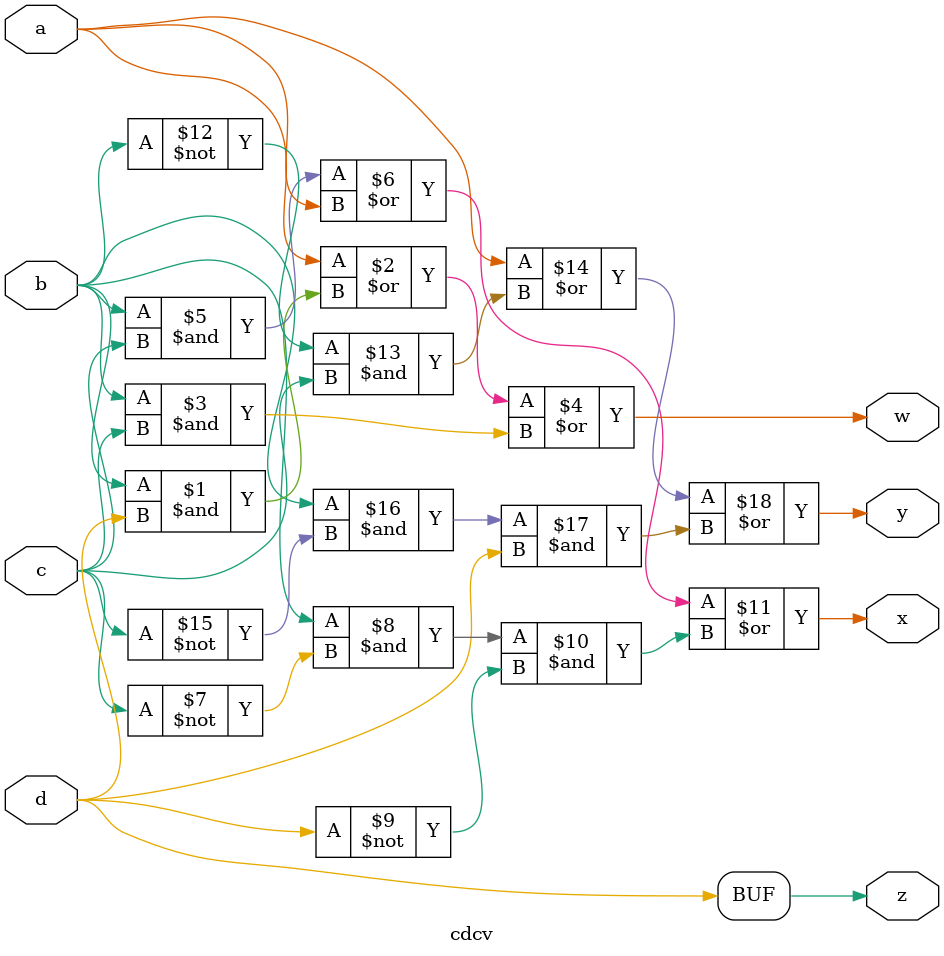
<source format=v>
`timescale 1ns / 1ps


module cdcv(
    input a,b,c,d,
    output w,x,y,z
    );
    assign w = a|b&d|b&c;
    assign x = b&c|a|b&~c&~d;
    assign y = a|~b&c|b&~c&d;
    assign z= d;
endmodule

</source>
